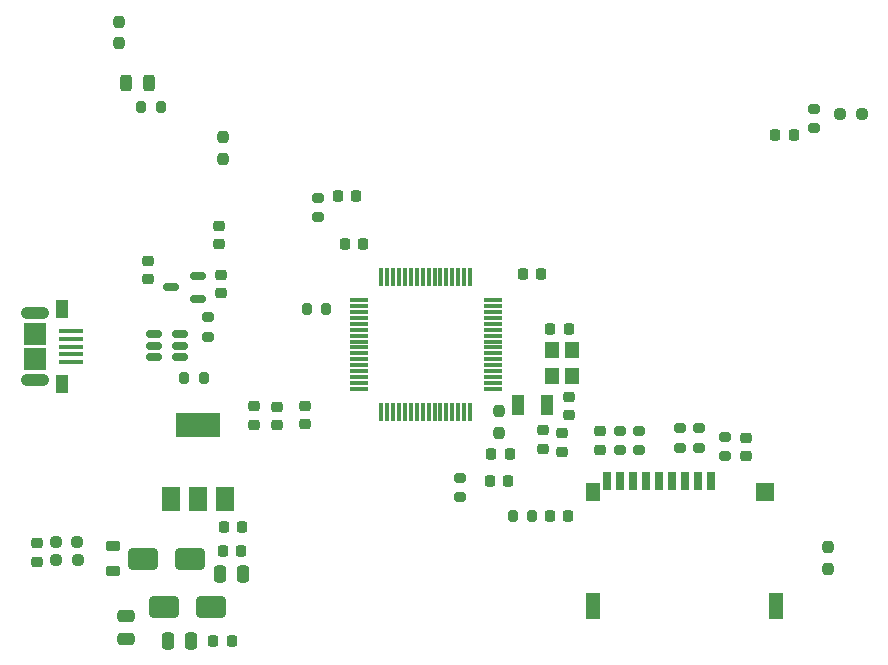
<source format=gtp>
G04 #@! TF.GenerationSoftware,KiCad,Pcbnew,7.0.5-4d25ed1034~172~ubuntu22.04.1*
G04 #@! TF.CreationDate,2023-06-04T18:10:59+03:00*
G04 #@! TF.ProjectId,STM32L475-protoboard,53544d33-324c-4343-9735-2d70726f746f,rev?*
G04 #@! TF.SameCoordinates,Original*
G04 #@! TF.FileFunction,Paste,Top*
G04 #@! TF.FilePolarity,Positive*
%FSLAX46Y46*%
G04 Gerber Fmt 4.6, Leading zero omitted, Abs format (unit mm)*
G04 Created by KiCad (PCBNEW 7.0.5-4d25ed1034~172~ubuntu22.04.1) date 2023-06-04 18:10:59*
%MOMM*%
%LPD*%
G01*
G04 APERTURE LIST*
G04 Aperture macros list*
%AMRoundRect*
0 Rectangle with rounded corners*
0 $1 Rounding radius*
0 $2 $3 $4 $5 $6 $7 $8 $9 X,Y pos of 4 corners*
0 Add a 4 corners polygon primitive as box body*
4,1,4,$2,$3,$4,$5,$6,$7,$8,$9,$2,$3,0*
0 Add four circle primitives for the rounded corners*
1,1,$1+$1,$2,$3*
1,1,$1+$1,$4,$5*
1,1,$1+$1,$6,$7*
1,1,$1+$1,$8,$9*
0 Add four rect primitives between the rounded corners*
20,1,$1+$1,$2,$3,$4,$5,0*
20,1,$1+$1,$4,$5,$6,$7,0*
20,1,$1+$1,$6,$7,$8,$9,0*
20,1,$1+$1,$8,$9,$2,$3,0*%
G04 Aperture macros list end*
%ADD10RoundRect,0.237500X-0.237500X0.250000X-0.237500X-0.250000X0.237500X-0.250000X0.237500X0.250000X0*%
%ADD11RoundRect,0.225000X-0.250000X0.225000X-0.250000X-0.225000X0.250000X-0.225000X0.250000X0.225000X0*%
%ADD12RoundRect,0.200000X-0.275000X0.200000X-0.275000X-0.200000X0.275000X-0.200000X0.275000X0.200000X0*%
%ADD13RoundRect,0.225000X-0.225000X-0.250000X0.225000X-0.250000X0.225000X0.250000X-0.225000X0.250000X0*%
%ADD14RoundRect,0.225000X0.250000X-0.225000X0.250000X0.225000X-0.250000X0.225000X-0.250000X-0.225000X0*%
%ADD15RoundRect,0.200000X0.275000X-0.200000X0.275000X0.200000X-0.275000X0.200000X-0.275000X-0.200000X0*%
%ADD16R,2.100000X0.400000*%
%ADD17R,1.000000X1.500000*%
%ADD18O,2.400000X1.100000*%
%ADD19R,1.900000X1.900000*%
%ADD20R,0.700000X1.600000*%
%ADD21R,1.200000X1.500000*%
%ADD22R,1.200000X2.200000*%
%ADD23R,1.600000X1.500000*%
%ADD24RoundRect,0.150000X-0.512500X-0.150000X0.512500X-0.150000X0.512500X0.150000X-0.512500X0.150000X0*%
%ADD25RoundRect,0.075000X0.700000X0.075000X-0.700000X0.075000X-0.700000X-0.075000X0.700000X-0.075000X0*%
%ADD26RoundRect,0.075000X0.075000X0.700000X-0.075000X0.700000X-0.075000X-0.700000X0.075000X-0.700000X0*%
%ADD27RoundRect,0.237500X-0.250000X-0.237500X0.250000X-0.237500X0.250000X0.237500X-0.250000X0.237500X0*%
%ADD28RoundRect,0.218750X0.218750X0.256250X-0.218750X0.256250X-0.218750X-0.256250X0.218750X-0.256250X0*%
%ADD29R,1.000000X1.800000*%
%ADD30RoundRect,0.225000X0.225000X0.250000X-0.225000X0.250000X-0.225000X-0.250000X0.225000X-0.250000X0*%
%ADD31RoundRect,0.250000X-0.250000X-0.475000X0.250000X-0.475000X0.250000X0.475000X-0.250000X0.475000X0*%
%ADD32RoundRect,0.243750X-0.243750X-0.456250X0.243750X-0.456250X0.243750X0.456250X-0.243750X0.456250X0*%
%ADD33RoundRect,0.250000X1.000000X0.650000X-1.000000X0.650000X-1.000000X-0.650000X1.000000X-0.650000X0*%
%ADD34RoundRect,0.250000X-0.475000X0.250000X-0.475000X-0.250000X0.475000X-0.250000X0.475000X0.250000X0*%
%ADD35RoundRect,0.200000X-0.200000X-0.275000X0.200000X-0.275000X0.200000X0.275000X-0.200000X0.275000X0*%
%ADD36RoundRect,0.237500X0.237500X-0.250000X0.237500X0.250000X-0.237500X0.250000X-0.237500X-0.250000X0*%
%ADD37RoundRect,0.218750X-0.381250X0.218750X-0.381250X-0.218750X0.381250X-0.218750X0.381250X0.218750X0*%
%ADD38RoundRect,0.250000X0.250000X0.475000X-0.250000X0.475000X-0.250000X-0.475000X0.250000X-0.475000X0*%
%ADD39RoundRect,0.200000X0.200000X0.275000X-0.200000X0.275000X-0.200000X-0.275000X0.200000X-0.275000X0*%
%ADD40R,1.500000X2.000000*%
%ADD41R,3.800000X2.000000*%
%ADD42RoundRect,0.218750X-0.218750X-0.256250X0.218750X-0.256250X0.218750X0.256250X-0.218750X0.256250X0*%
%ADD43R,1.200000X1.400000*%
%ADD44RoundRect,0.150000X0.512500X0.150000X-0.512500X0.150000X-0.512500X-0.150000X0.512500X-0.150000X0*%
G04 APERTURE END LIST*
D10*
X135550000Y-95212500D03*
X135550000Y-97037500D03*
D11*
X86950000Y-83300000D03*
X86950000Y-84850000D03*
D12*
X92360000Y-65610000D03*
X92360000Y-67260000D03*
D13*
X112060000Y-76710000D03*
X113610000Y-76710000D03*
D14*
X91250800Y-84825000D03*
X91250800Y-83275000D03*
D11*
X84150000Y-72150000D03*
X84150000Y-73700000D03*
D15*
X123050000Y-86800000D03*
X123050000Y-85150000D03*
D14*
X84025000Y-69575000D03*
X84025000Y-68025000D03*
D16*
X71510000Y-76925000D03*
X71510000Y-77575000D03*
X71510000Y-78225000D03*
X71510000Y-78875000D03*
X71510000Y-79525000D03*
D17*
X70700000Y-75025000D03*
D18*
X68450000Y-75405000D03*
D19*
X68450000Y-77125000D03*
X68450000Y-79325000D03*
D18*
X68450000Y-81045000D03*
D17*
X70700000Y-81425000D03*
D13*
X94675000Y-69575000D03*
X96225000Y-69575000D03*
D20*
X125650000Y-89575000D03*
X124550000Y-89575000D03*
X123450000Y-89575000D03*
X122350000Y-89575000D03*
X121250000Y-89575000D03*
X120150000Y-89575000D03*
X119050000Y-89575000D03*
X117950000Y-89575000D03*
X116850000Y-89575000D03*
D21*
X115650000Y-90575000D03*
D22*
X115650000Y-100175000D03*
X131150000Y-100175000D03*
D23*
X130250000Y-90575000D03*
D14*
X116250000Y-86950000D03*
X116250000Y-85400000D03*
D24*
X78462500Y-77200000D03*
X78462500Y-78150000D03*
X78462500Y-79100000D03*
X80737500Y-79100000D03*
X80737500Y-78150000D03*
X80737500Y-77200000D03*
D25*
X107175000Y-81805000D03*
X107175000Y-81305000D03*
X107175000Y-80805000D03*
X107175000Y-80305000D03*
X107175000Y-79805000D03*
X107175000Y-79305000D03*
X107175000Y-78805000D03*
X107175000Y-78305000D03*
X107175000Y-77805000D03*
X107175000Y-77305000D03*
X107175000Y-76805000D03*
X107175000Y-76305000D03*
X107175000Y-75805000D03*
X107175000Y-75305000D03*
X107175000Y-74805000D03*
X107175000Y-74305000D03*
D26*
X105250000Y-72380000D03*
X104750000Y-72380000D03*
X104250000Y-72380000D03*
X103750000Y-72380000D03*
X103250000Y-72380000D03*
X102750000Y-72380000D03*
X102250000Y-72380000D03*
X101750000Y-72380000D03*
X101250000Y-72380000D03*
X100750000Y-72380000D03*
X100250000Y-72380000D03*
X99750000Y-72380000D03*
X99250000Y-72380000D03*
X98750000Y-72380000D03*
X98250000Y-72380000D03*
X97750000Y-72380000D03*
D25*
X95825000Y-74305000D03*
X95825000Y-74805000D03*
X95825000Y-75305000D03*
X95825000Y-75805000D03*
X95825000Y-76305000D03*
X95825000Y-76805000D03*
X95825000Y-77305000D03*
X95825000Y-77805000D03*
X95825000Y-78305000D03*
X95825000Y-78805000D03*
X95825000Y-79305000D03*
X95825000Y-79805000D03*
X95825000Y-80305000D03*
X95825000Y-80805000D03*
X95825000Y-81305000D03*
X95825000Y-81805000D03*
D26*
X97750000Y-83730000D03*
X98250000Y-83730000D03*
X98750000Y-83730000D03*
X99250000Y-83730000D03*
X99750000Y-83730000D03*
X100250000Y-83730000D03*
X100750000Y-83730000D03*
X101250000Y-83730000D03*
X101750000Y-83730000D03*
X102250000Y-83730000D03*
X102750000Y-83730000D03*
X103250000Y-83730000D03*
X103750000Y-83730000D03*
X104250000Y-83730000D03*
X104750000Y-83730000D03*
X105250000Y-83730000D03*
D27*
X136575000Y-58525000D03*
X138400000Y-58525000D03*
D28*
X113575000Y-92575000D03*
X112000000Y-92575000D03*
D14*
X111450000Y-86875000D03*
X111450000Y-85325000D03*
D15*
X124650000Y-86800000D03*
X124650000Y-85150000D03*
D12*
X119550000Y-85337500D03*
X119550000Y-86987500D03*
D29*
X111790000Y-83215000D03*
X109290000Y-83215000D03*
D12*
X83050000Y-75750000D03*
X83050000Y-77400000D03*
D10*
X75550000Y-50725000D03*
X75550000Y-52550000D03*
D30*
X111265000Y-72085200D03*
X109715000Y-72085200D03*
D13*
X84425000Y-93475000D03*
X85975000Y-93475000D03*
D11*
X78025000Y-70950000D03*
X78025000Y-72500000D03*
D27*
X70187500Y-94775000D03*
X72012500Y-94775000D03*
D13*
X84300000Y-95500000D03*
X85850000Y-95500000D03*
D31*
X84100000Y-97525000D03*
X86000000Y-97525000D03*
D14*
X128650000Y-87500000D03*
X128650000Y-85950000D03*
D13*
X107050000Y-87350000D03*
X108600000Y-87350000D03*
D15*
X126800000Y-87500000D03*
X126800000Y-85850000D03*
D32*
X76166250Y-55945000D03*
X78041250Y-55945000D03*
D30*
X108475000Y-89625000D03*
X106925000Y-89625000D03*
D33*
X83350000Y-100300000D03*
X79350000Y-100300000D03*
D34*
X76100000Y-101075000D03*
X76100000Y-102975000D03*
D35*
X81075000Y-80900000D03*
X82725000Y-80900000D03*
D13*
X83525000Y-103125000D03*
X85075000Y-103125000D03*
D36*
X107725000Y-85512500D03*
X107725000Y-83687500D03*
D35*
X108875000Y-92575000D03*
X110525000Y-92575000D03*
D12*
X134375000Y-58100000D03*
X134375000Y-59750000D03*
D36*
X84325000Y-62350000D03*
X84325000Y-60525000D03*
D37*
X75057000Y-95087500D03*
X75057000Y-97212500D03*
D14*
X88950800Y-84875000D03*
X88950800Y-83325000D03*
D15*
X104375000Y-91000000D03*
X104375000Y-89350000D03*
D38*
X81587500Y-103125000D03*
X79687500Y-103125000D03*
D39*
X93075000Y-75075000D03*
X91425000Y-75075000D03*
D33*
X81578200Y-96240600D03*
X77578200Y-96240600D03*
D40*
X79925000Y-91175000D03*
X82225000Y-91175000D03*
D41*
X82225000Y-84875000D03*
D40*
X84525000Y-91175000D03*
D14*
X113030000Y-87120000D03*
X113030000Y-85570000D03*
D42*
X131075000Y-60350000D03*
X132650000Y-60350000D03*
D43*
X112160000Y-78535000D03*
X112160000Y-80735000D03*
X113860000Y-80735000D03*
X113860000Y-78535000D03*
D14*
X113600000Y-84050000D03*
X113600000Y-82500000D03*
D44*
X82200000Y-74175000D03*
X82200000Y-72275000D03*
X79925000Y-73225000D03*
D11*
X68600000Y-94900000D03*
X68600000Y-96450000D03*
D30*
X95625000Y-65500000D03*
X94075000Y-65500000D03*
D12*
X117950000Y-85350000D03*
X117950000Y-87000000D03*
D39*
X79075000Y-57975000D03*
X77425000Y-57975000D03*
D27*
X70237500Y-96325000D03*
X72062500Y-96325000D03*
M02*

</source>
